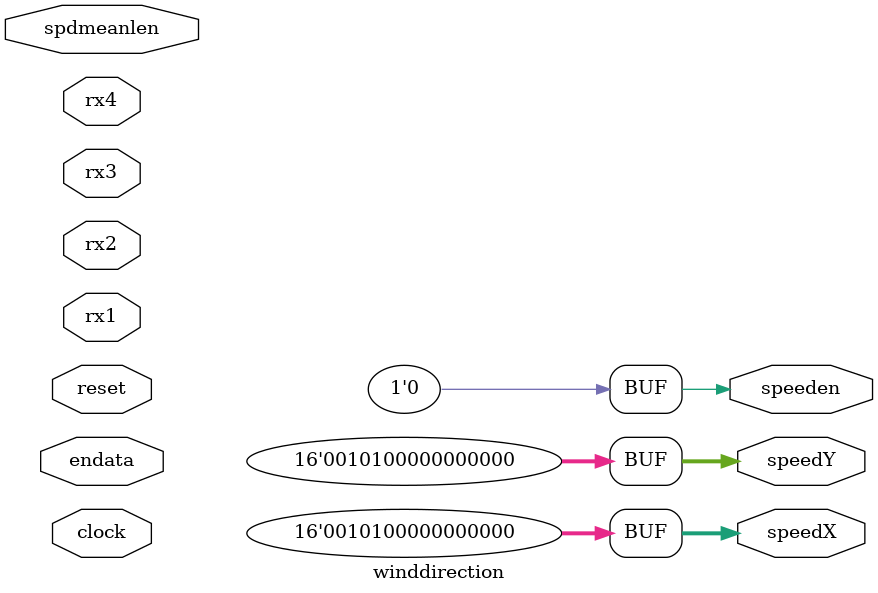
<source format=v>
/*

Template interface of the ultrasonic wind sensor main signal processing path.
 
jca@fe.up.pt, Dec 2019

    This simulation model simulates the data flow through the signmal procssing path
	using the data files generated by the Matlab simulation model

	This Verilog code is property of University of Porto
	Its utilization beyond the scope of the course Digital Systems Design
	(Projeto de Sistemas Digitais) of the Integrated Master in Electrical 
	and Computer Engineering requires explicit authorization from the author.
 
*/

`timescale 1ns/1ps

module winddirection
               (
                  input clock,
				  input reset,
				  input endata,
				  input signed [11:0] rx1,          // Input channels
				  input signed [11:0] rx2,
				  input signed [11:0] rx3,
				  input signed [11:0] rx4,

				  input [3:0]          spdmeanlen,  // The log2(length) of the speed averaging
				  output signed [15:0] speedX,      // wind speed along X, 16 bits, 10 fractional
				  output signed [15:0] speedY,      // wind speed along X, 16 bits, 10 fractional
				  output               speeden      // 1-clock pulse to sync with speedX/Y updates
			   );


// assign outputs to constant values:
assign speedX = 10 << 10;
assign speedY = 10 << 10;
assign speeden = 0;

endmodule

				  
</source>
